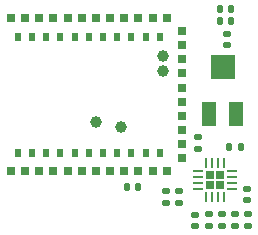
<source format=gtp>
%TF.GenerationSoftware,KiCad,Pcbnew,6.0.11-3.fc37*%
%TF.CreationDate,2023-03-29T00:48:19+01:00*%
%TF.ProjectId,nRF,6e52462e-6b69-4636-9164-5f7063625858,1*%
%TF.SameCoordinates,Original*%
%TF.FileFunction,Paste,Top*%
%TF.FilePolarity,Positive*%
%FSLAX46Y46*%
G04 Gerber Fmt 4.6, Leading zero omitted, Abs format (unit mm)*
G04 Created by KiCad (PCBNEW 6.0.11-3.fc37) date 2023-03-29 00:48:19*
%MOMM*%
%LPD*%
G01*
G04 APERTURE LIST*
G04 Aperture macros list*
%AMRoundRect*
0 Rectangle with rounded corners*
0 $1 Rounding radius*
0 $2 $3 $4 $5 $6 $7 $8 $9 X,Y pos of 4 corners*
0 Add a 4 corners polygon primitive as box body*
4,1,4,$2,$3,$4,$5,$6,$7,$8,$9,$2,$3,0*
0 Add four circle primitives for the rounded corners*
1,1,$1+$1,$2,$3*
1,1,$1+$1,$4,$5*
1,1,$1+$1,$6,$7*
1,1,$1+$1,$8,$9*
0 Add four rect primitives between the rounded corners*
20,1,$1+$1,$2,$3,$4,$5,0*
20,1,$1+$1,$4,$5,$6,$7,0*
20,1,$1+$1,$6,$7,$8,$9,0*
20,1,$1+$1,$8,$9,$2,$3,0*%
G04 Aperture macros list end*
%ADD10RoundRect,0.135000X-0.185000X0.135000X-0.185000X-0.135000X0.185000X-0.135000X0.185000X0.135000X0*%
%ADD11RoundRect,0.147500X-0.172500X0.147500X-0.172500X-0.147500X0.172500X-0.147500X0.172500X0.147500X0*%
%ADD12RoundRect,0.140000X-0.140000X-0.170000X0.140000X-0.170000X0.140000X0.170000X-0.140000X0.170000X0*%
%ADD13RoundRect,0.182500X-0.182500X-0.182500X0.182500X-0.182500X0.182500X0.182500X-0.182500X0.182500X0*%
%ADD14RoundRect,0.062500X-0.350000X-0.062500X0.350000X-0.062500X0.350000X0.062500X-0.350000X0.062500X0*%
%ADD15RoundRect,0.062500X-0.062500X-0.350000X0.062500X-0.350000X0.062500X0.350000X-0.062500X0.350000X0*%
%ADD16RoundRect,0.135000X0.185000X-0.135000X0.185000X0.135000X-0.185000X0.135000X-0.185000X-0.135000X0*%
%ADD17RoundRect,0.140000X-0.170000X0.140000X-0.170000X-0.140000X0.170000X-0.140000X0.170000X0.140000X0*%
%ADD18R,1.300000X2.000000*%
%ADD19R,2.000000X2.000000*%
%ADD20R,0.800000X0.800000*%
%ADD21C,1.000000*%
%ADD22R,0.600000X0.800000*%
%ADD23RoundRect,0.140000X0.170000X-0.140000X0.170000X0.140000X-0.170000X0.140000X-0.170000X-0.140000X0*%
%ADD24RoundRect,0.140000X0.140000X0.170000X-0.140000X0.170000X-0.140000X-0.170000X0.140000X-0.170000X0*%
G04 APERTURE END LIST*
D10*
%TO.C,R5*%
X40705000Y-35405000D03*
X40705000Y-36425000D03*
%TD*%
%TO.C,R3*%
X44895000Y-41895000D03*
X44895000Y-42915000D03*
%TD*%
%TO.C,R2*%
X38000000Y-39930000D03*
X38000000Y-40950000D03*
%TD*%
D11*
%TO.C,D1*%
X43815000Y-41930000D03*
X43815000Y-42900000D03*
%TD*%
D12*
%TO.C,R6*%
X42519999Y-25555000D03*
X43479999Y-25555000D03*
%TD*%
D11*
%TO.C,D2*%
X42715000Y-41930000D03*
X42715000Y-42900000D03*
%TD*%
D13*
%TO.C,U2*%
X41695000Y-39445000D03*
X41695000Y-38605000D03*
X42535000Y-39445000D03*
X42535000Y-38605000D03*
D14*
X40652500Y-38275000D03*
X40652500Y-38775000D03*
X40652500Y-39275000D03*
X40652500Y-39775000D03*
D15*
X41365000Y-40487500D03*
X41865000Y-40487500D03*
X42365000Y-40487500D03*
X42865000Y-40487500D03*
D14*
X43577500Y-39775000D03*
X43577500Y-39275000D03*
X43577500Y-38775000D03*
X43577500Y-38275000D03*
D15*
X42865000Y-37562500D03*
X42365000Y-37562500D03*
X41865000Y-37562500D03*
X41365000Y-37562500D03*
%TD*%
D16*
%TO.C,R1*%
X39050000Y-40950000D03*
X39050000Y-39930000D03*
%TD*%
D17*
%TO.C,C5*%
X40435000Y-41935000D03*
X40435000Y-42895000D03*
%TD*%
D18*
%TO.C,RV1*%
X43895000Y-33435000D03*
D19*
X42745000Y-29435000D03*
D18*
X41595000Y-33435000D03*
%TD*%
D20*
%TO.C,U1*%
X24825000Y-38285000D03*
X26025000Y-38285000D03*
X27225000Y-38285000D03*
X28425000Y-38285000D03*
X29625000Y-38285000D03*
X30825000Y-38285000D03*
X32025000Y-38285000D03*
X33225000Y-38285000D03*
D21*
X34135000Y-34495000D03*
D20*
X34425000Y-38285000D03*
X35625000Y-38285000D03*
X36825000Y-38285000D03*
X38025000Y-38285000D03*
X39325000Y-37185000D03*
X39325000Y-35985000D03*
X39325000Y-34785000D03*
X39325000Y-33585000D03*
X39325000Y-32385000D03*
X39325000Y-31185000D03*
D21*
X37695000Y-29785000D03*
D20*
X39325000Y-29985000D03*
X39325000Y-28785000D03*
D21*
X37695000Y-28555000D03*
D20*
X39325000Y-27585000D03*
X39325000Y-26385000D03*
X38025000Y-25285000D03*
X36825000Y-25285000D03*
X35625000Y-25285000D03*
X34425000Y-25285000D03*
X33225000Y-25285000D03*
X32025000Y-25285000D03*
X30825000Y-25285000D03*
X29625000Y-25285000D03*
X28425000Y-25285000D03*
X27225000Y-25285000D03*
X26025000Y-25285000D03*
X24825000Y-25285000D03*
D22*
X25425000Y-36685000D03*
X26625000Y-36685000D03*
X27825000Y-36685000D03*
X29025000Y-36685000D03*
X30225000Y-36685000D03*
X31425000Y-36685000D03*
X32625000Y-36685000D03*
X33825000Y-36685000D03*
X35025000Y-36685000D03*
X36225000Y-36685000D03*
X37425000Y-36685000D03*
X37425000Y-26885000D03*
X36225000Y-26885000D03*
X35025000Y-26885000D03*
X33825000Y-26885000D03*
X32625000Y-26885000D03*
X31425000Y-26885000D03*
X30225000Y-26885000D03*
X29025000Y-26885000D03*
X27825000Y-26885000D03*
X26625000Y-26885000D03*
X25425000Y-26885000D03*
D21*
X32055000Y-34115000D03*
%TD*%
D12*
%TO.C,C4*%
X43314999Y-36225000D03*
X44274999Y-36225000D03*
%TD*%
D10*
%TO.C,R4*%
X41635000Y-41905000D03*
X41635000Y-42925000D03*
%TD*%
D12*
%TO.C,R8*%
X42520000Y-24550000D03*
X43480000Y-24550000D03*
%TD*%
D17*
%TO.C,C3*%
X44815000Y-39775000D03*
X44815000Y-40735000D03*
%TD*%
D23*
%TO.C,C1*%
X43100000Y-27600000D03*
X43100000Y-26640000D03*
%TD*%
D24*
%TO.C,C2*%
X35630000Y-39575000D03*
X34670000Y-39575000D03*
%TD*%
M02*

</source>
